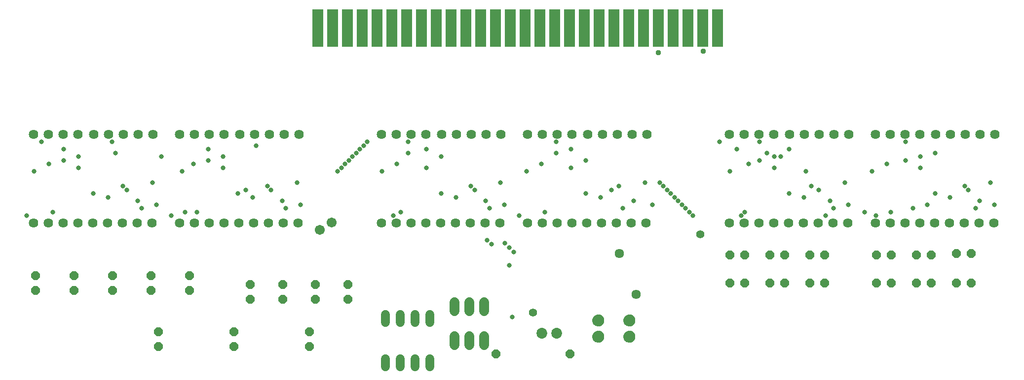
<source format=gbs>
G75*
%MOIN*%
%OFA0B0*%
%FSLAX25Y25*%
%IPPOS*%
%LPD*%
%AMOC8*
5,1,8,0,0,1.08239X$1,22.5*
%
%ADD10C,0.06400*%
%ADD11OC8,0.06000*%
%ADD12R,0.07300X0.25800*%
%ADD13C,0.06000*%
%ADD14C,0.07300*%
%ADD15C,0.00500*%
%ADD16C,0.06343*%
%ADD17C,0.06800*%
%ADD18C,0.03778*%
%ADD19C,0.05550*%
%ADD20C,0.03187*%
%ADD21C,0.06706*%
D10*
X0016906Y0106800D03*
X0026906Y0106800D03*
X0036906Y0106800D03*
X0046906Y0106800D03*
X0056906Y0106800D03*
X0066906Y0106800D03*
X0076906Y0106800D03*
X0086906Y0106800D03*
X0096906Y0106800D03*
X0115406Y0106800D03*
X0125406Y0106800D03*
X0135406Y0106800D03*
X0145406Y0106800D03*
X0155406Y0106800D03*
X0165406Y0106800D03*
X0175406Y0106800D03*
X0185406Y0106800D03*
X0195406Y0106800D03*
X0251906Y0106800D03*
X0261906Y0106800D03*
X0271906Y0106800D03*
X0281906Y0106800D03*
X0291906Y0106800D03*
X0301906Y0106800D03*
X0311906Y0106800D03*
X0321906Y0106800D03*
X0331906Y0106800D03*
X0350406Y0106800D03*
X0360406Y0106800D03*
X0370406Y0106800D03*
X0380406Y0106800D03*
X0390406Y0106800D03*
X0400406Y0106800D03*
X0410406Y0106800D03*
X0420406Y0106800D03*
X0430406Y0106800D03*
X0486906Y0106800D03*
X0496906Y0106800D03*
X0506906Y0106800D03*
X0516906Y0106800D03*
X0526906Y0106800D03*
X0536906Y0106800D03*
X0546906Y0106800D03*
X0556906Y0106800D03*
X0566906Y0106800D03*
X0585406Y0106800D03*
X0595406Y0106800D03*
X0605406Y0106800D03*
X0615406Y0106800D03*
X0625406Y0106800D03*
X0635406Y0106800D03*
X0645406Y0106800D03*
X0655406Y0106800D03*
X0665406Y0106800D03*
X0666194Y0166800D03*
X0656194Y0166800D03*
X0646194Y0166800D03*
X0636194Y0166800D03*
X0626194Y0166800D03*
X0615406Y0166800D03*
X0605406Y0166800D03*
X0595406Y0166800D03*
X0585406Y0166800D03*
X0567694Y0166800D03*
X0557694Y0166800D03*
X0547694Y0166800D03*
X0537694Y0166800D03*
X0527694Y0166800D03*
X0516906Y0166800D03*
X0506906Y0166800D03*
X0496906Y0166800D03*
X0486906Y0166800D03*
X0431194Y0166800D03*
X0421194Y0166800D03*
X0411194Y0166800D03*
X0401194Y0166800D03*
X0391194Y0166800D03*
X0380406Y0166800D03*
X0370406Y0166800D03*
X0360406Y0166800D03*
X0350406Y0166800D03*
X0332694Y0166800D03*
X0322694Y0166800D03*
X0312694Y0166800D03*
X0302694Y0166800D03*
X0292694Y0166800D03*
X0281906Y0166800D03*
X0271906Y0166800D03*
X0261906Y0166800D03*
X0251906Y0166800D03*
X0196194Y0166800D03*
X0186194Y0166800D03*
X0176194Y0166800D03*
X0166194Y0166800D03*
X0156194Y0166800D03*
X0145406Y0166800D03*
X0135406Y0166800D03*
X0125406Y0166800D03*
X0115406Y0166800D03*
X0097694Y0166800D03*
X0087694Y0166800D03*
X0077694Y0166800D03*
X0067694Y0166800D03*
X0057694Y0166800D03*
X0046906Y0166800D03*
X0036906Y0166800D03*
X0026906Y0166800D03*
X0016906Y0166800D03*
D11*
X0101300Y0023300D03*
X0101300Y0033300D03*
X0152300Y0033300D03*
X0152300Y0023300D03*
X0203300Y0023300D03*
X0203300Y0033300D03*
X0207300Y0055300D03*
X0185300Y0055300D03*
X0185300Y0065300D03*
X0207300Y0065300D03*
X0229300Y0065300D03*
X0229300Y0055300D03*
X0163300Y0055300D03*
X0163300Y0065300D03*
X0122300Y0061300D03*
X0096300Y0061300D03*
X0096300Y0071300D03*
X0122300Y0071300D03*
X0070300Y0071300D03*
X0070300Y0061300D03*
X0044300Y0061300D03*
X0044300Y0071300D03*
X0018300Y0071300D03*
X0018300Y0061300D03*
X0329300Y0018300D03*
X0379300Y0018300D03*
X0487300Y0066300D03*
X0497300Y0066300D03*
X0514300Y0066300D03*
X0524300Y0066300D03*
X0541300Y0066300D03*
X0551300Y0066300D03*
X0586300Y0066300D03*
X0596300Y0066300D03*
X0613300Y0066300D03*
X0623300Y0066300D03*
X0640300Y0066300D03*
X0650300Y0066300D03*
X0650300Y0086300D03*
X0640300Y0086300D03*
X0623300Y0085300D03*
X0613300Y0085300D03*
X0596300Y0085300D03*
X0586300Y0085300D03*
X0551300Y0085300D03*
X0541300Y0085300D03*
X0524300Y0085300D03*
X0514300Y0085300D03*
X0497300Y0085300D03*
X0487300Y0085300D03*
D12*
X0479050Y0238800D03*
X0469050Y0238800D03*
X0459050Y0238800D03*
X0449050Y0238800D03*
X0439050Y0238800D03*
X0429050Y0238800D03*
X0419050Y0238800D03*
X0409050Y0238800D03*
X0399050Y0238800D03*
X0389050Y0238800D03*
X0379050Y0238800D03*
X0369050Y0238800D03*
X0359050Y0238800D03*
X0349050Y0238800D03*
X0339050Y0238800D03*
X0329050Y0238800D03*
X0319050Y0238800D03*
X0309050Y0238800D03*
X0299050Y0238800D03*
X0289050Y0238800D03*
X0279050Y0238800D03*
X0269050Y0238800D03*
X0259050Y0238800D03*
X0249050Y0238800D03*
X0239050Y0238800D03*
X0229050Y0238800D03*
X0219050Y0238800D03*
X0209050Y0238800D03*
D13*
X0254500Y0044800D02*
X0254500Y0039600D01*
X0264500Y0039600D02*
X0264500Y0044800D01*
X0274500Y0044800D02*
X0274500Y0039600D01*
X0284500Y0039600D02*
X0284500Y0044800D01*
X0284500Y0014800D02*
X0284500Y0009600D01*
X0274500Y0009600D02*
X0274500Y0014800D01*
X0264500Y0014800D02*
X0264500Y0009600D01*
X0254500Y0009600D02*
X0254500Y0014800D01*
D14*
X0360300Y0032300D03*
X0370300Y0032300D03*
D15*
X0394597Y0030124D02*
X0402039Y0030124D01*
X0402070Y0029810D02*
X0402003Y0029152D01*
X0401822Y0028515D01*
X0401534Y0027920D01*
X0401147Y0027383D01*
X0400672Y0026922D01*
X0400125Y0026551D01*
X0399521Y0026280D01*
X0398880Y0026118D01*
X0398220Y0026070D01*
X0397500Y0026148D01*
X0396810Y0026366D01*
X0396176Y0026714D01*
X0395622Y0027179D01*
X0395169Y0027743D01*
X0394835Y0028385D01*
X0394633Y0029079D01*
X0394570Y0029800D01*
X0394631Y0030525D01*
X0394833Y0031223D01*
X0395167Y0031869D01*
X0395621Y0032438D01*
X0396177Y0032907D01*
X0396814Y0033258D01*
X0397507Y0033478D01*
X0398230Y0033559D01*
X0398890Y0033510D01*
X0399531Y0033346D01*
X0400134Y0033074D01*
X0400680Y0032701D01*
X0401153Y0032239D01*
X0401539Y0031701D01*
X0401826Y0031105D01*
X0402005Y0030468D01*
X0402070Y0029810D01*
X0402051Y0029626D02*
X0394585Y0029626D01*
X0394628Y0029127D02*
X0401996Y0029127D01*
X0401855Y0028629D02*
X0394764Y0028629D01*
X0394967Y0028130D02*
X0401636Y0028130D01*
X0401326Y0027632D02*
X0395258Y0027632D01*
X0395676Y0027133D02*
X0400889Y0027133D01*
X0400249Y0026635D02*
X0396320Y0026635D01*
X0397611Y0026136D02*
X0398953Y0026136D01*
X0401961Y0030623D02*
X0394660Y0030623D01*
X0394804Y0031121D02*
X0401818Y0031121D01*
X0401578Y0031620D02*
X0395038Y0031620D01*
X0395366Y0032118D02*
X0401240Y0032118D01*
X0400766Y0032617D02*
X0395834Y0032617D01*
X0396555Y0033115D02*
X0400041Y0033115D01*
X0398880Y0037138D02*
X0398220Y0037090D01*
X0397500Y0037168D01*
X0396810Y0037386D01*
X0396176Y0037734D01*
X0395622Y0038199D01*
X0395169Y0038763D01*
X0394835Y0039405D01*
X0394633Y0040099D01*
X0394570Y0040820D01*
X0394631Y0041545D01*
X0394833Y0042244D01*
X0395167Y0042890D01*
X0395621Y0043458D01*
X0396177Y0043927D01*
X0396814Y0044278D01*
X0397507Y0044499D01*
X0398230Y0044580D01*
X0398890Y0044530D01*
X0399531Y0044366D01*
X0400134Y0044094D01*
X0400680Y0043721D01*
X0401153Y0043259D01*
X0401539Y0042721D01*
X0401826Y0042125D01*
X0402005Y0041488D01*
X0402070Y0040830D01*
X0402003Y0040172D01*
X0401822Y0039535D01*
X0401534Y0038940D01*
X0401147Y0038403D01*
X0400672Y0037942D01*
X0400125Y0037571D01*
X0399521Y0037300D01*
X0398880Y0037138D01*
X0398408Y0037103D02*
X0398094Y0037103D01*
X0396416Y0037602D02*
X0400171Y0037602D01*
X0400835Y0038101D02*
X0395739Y0038101D01*
X0395301Y0038599D02*
X0401288Y0038599D01*
X0401610Y0039098D02*
X0394995Y0039098D01*
X0394779Y0039596D02*
X0401840Y0039596D01*
X0401981Y0040095D02*
X0394634Y0040095D01*
X0394590Y0040593D02*
X0402046Y0040593D01*
X0402044Y0041092D02*
X0394593Y0041092D01*
X0394644Y0041590D02*
X0401976Y0041590D01*
X0401836Y0042089D02*
X0394788Y0042089D01*
X0395011Y0042587D02*
X0401604Y0042587D01*
X0401278Y0043086D02*
X0395324Y0043086D01*
X0395771Y0043584D02*
X0400820Y0043584D01*
X0400150Y0044083D02*
X0396460Y0044083D01*
X0415631Y0041545D02*
X0415570Y0040820D01*
X0415633Y0040099D01*
X0415835Y0039405D01*
X0416169Y0038763D01*
X0416622Y0038199D01*
X0417176Y0037734D01*
X0417810Y0037386D01*
X0418500Y0037168D01*
X0419220Y0037090D01*
X0419880Y0037138D01*
X0420521Y0037300D01*
X0421125Y0037571D01*
X0421672Y0037942D01*
X0422147Y0038403D01*
X0422534Y0038940D01*
X0422822Y0039535D01*
X0423003Y0040172D01*
X0423070Y0040830D01*
X0423005Y0041488D01*
X0422826Y0042125D01*
X0422539Y0042721D01*
X0422153Y0043259D01*
X0421680Y0043721D01*
X0421134Y0044094D01*
X0420531Y0044366D01*
X0419890Y0044530D01*
X0419230Y0044580D01*
X0418507Y0044499D01*
X0417814Y0044278D01*
X0417177Y0043927D01*
X0416621Y0043458D01*
X0416167Y0042890D01*
X0415833Y0042244D01*
X0415631Y0041545D01*
X0415644Y0041590D02*
X0422976Y0041590D01*
X0423044Y0041092D02*
X0415593Y0041092D01*
X0415590Y0040593D02*
X0423046Y0040593D01*
X0422981Y0040095D02*
X0415634Y0040095D01*
X0415779Y0039596D02*
X0422840Y0039596D01*
X0422610Y0039098D02*
X0415995Y0039098D01*
X0416301Y0038599D02*
X0422288Y0038599D01*
X0421835Y0038101D02*
X0416739Y0038101D01*
X0417416Y0037602D02*
X0421171Y0037602D01*
X0419408Y0037103D02*
X0419094Y0037103D01*
X0419230Y0033559D02*
X0419890Y0033510D01*
X0420531Y0033346D01*
X0421134Y0033074D01*
X0421680Y0032701D01*
X0422153Y0032239D01*
X0422539Y0031701D01*
X0422826Y0031105D01*
X0423005Y0030468D01*
X0423070Y0029810D01*
X0423003Y0029152D01*
X0422822Y0028515D01*
X0422534Y0027920D01*
X0422147Y0027383D01*
X0421672Y0026922D01*
X0421125Y0026551D01*
X0420521Y0026280D01*
X0419880Y0026118D01*
X0419220Y0026070D01*
X0418500Y0026148D01*
X0417810Y0026366D01*
X0417176Y0026714D01*
X0416622Y0027179D01*
X0416169Y0027743D01*
X0415835Y0028385D01*
X0415633Y0029079D01*
X0415570Y0029800D01*
X0415631Y0030525D01*
X0415833Y0031223D01*
X0416167Y0031869D01*
X0416621Y0032438D01*
X0417177Y0032907D01*
X0417814Y0033258D01*
X0418507Y0033478D01*
X0419230Y0033559D01*
X0417555Y0033115D02*
X0421041Y0033115D01*
X0421766Y0032617D02*
X0416834Y0032617D01*
X0416366Y0032118D02*
X0422240Y0032118D01*
X0422578Y0031620D02*
X0416038Y0031620D01*
X0415804Y0031121D02*
X0422818Y0031121D01*
X0422961Y0030623D02*
X0415660Y0030623D01*
X0415597Y0030124D02*
X0423039Y0030124D01*
X0423051Y0029626D02*
X0415585Y0029626D01*
X0415628Y0029127D02*
X0422996Y0029127D01*
X0422855Y0028629D02*
X0415764Y0028629D01*
X0415967Y0028130D02*
X0422636Y0028130D01*
X0422326Y0027632D02*
X0416258Y0027632D01*
X0416676Y0027133D02*
X0421889Y0027133D01*
X0421249Y0026635D02*
X0417320Y0026635D01*
X0418611Y0026136D02*
X0419953Y0026136D01*
X0422836Y0042089D02*
X0415788Y0042089D01*
X0416011Y0042587D02*
X0422604Y0042587D01*
X0422278Y0043086D02*
X0416324Y0043086D01*
X0416771Y0043584D02*
X0421820Y0043584D01*
X0421150Y0044083D02*
X0417460Y0044083D01*
D16*
X0424025Y0058478D03*
X0412575Y0086122D03*
D17*
X0321300Y0053300D02*
X0321300Y0047300D01*
X0311300Y0047300D02*
X0311300Y0053300D01*
X0301300Y0053300D02*
X0301300Y0047300D01*
X0301300Y0030300D02*
X0301300Y0024300D01*
X0311300Y0024300D02*
X0311300Y0030300D01*
X0321300Y0030300D02*
X0321300Y0024300D01*
D18*
X0438800Y0222300D03*
X0469300Y0223300D03*
D19*
X0467300Y0099300D03*
X0354300Y0046300D03*
D20*
X0340300Y0043300D03*
X0338300Y0078300D03*
X0341300Y0087300D03*
X0338300Y0090300D03*
X0335300Y0093300D03*
X0326356Y0092351D03*
X0323300Y0095300D03*
X0344800Y0111800D03*
X0334800Y0119300D03*
X0324800Y0116800D03*
X0322300Y0121800D03*
X0314800Y0129300D03*
X0312300Y0131800D03*
X0302300Y0124300D03*
X0292300Y0126800D03*
X0264800Y0114300D03*
X0259800Y0111800D03*
X0197300Y0119300D03*
X0187300Y0116800D03*
X0184800Y0121800D03*
X0177300Y0129300D03*
X0174800Y0131800D03*
X0160300Y0129300D03*
X0154800Y0126800D03*
X0164800Y0124300D03*
X0194800Y0134300D03*
X0222300Y0141800D03*
X0224800Y0144300D03*
X0227300Y0146800D03*
X0229800Y0149300D03*
X0232300Y0151800D03*
X0234800Y0154300D03*
X0237300Y0156800D03*
X0239800Y0159300D03*
X0242300Y0161800D03*
X0269800Y0161800D03*
X0282300Y0156800D03*
X0292300Y0151800D03*
X0282300Y0144300D03*
X0262300Y0146800D03*
X0252300Y0141800D03*
X0269800Y0154300D03*
X0332300Y0134300D03*
X0349800Y0141800D03*
X0359800Y0146800D03*
X0369800Y0154300D03*
X0379800Y0156800D03*
X0369800Y0161800D03*
X0389800Y0149300D03*
X0379800Y0144300D03*
X0412300Y0131800D03*
X0407300Y0129300D03*
X0399800Y0124300D03*
X0389800Y0126800D03*
X0414800Y0116800D03*
X0422300Y0121800D03*
X0434800Y0119300D03*
X0449800Y0124300D03*
X0447300Y0126800D03*
X0444800Y0129300D03*
X0442300Y0131800D03*
X0439800Y0134300D03*
X0429800Y0134300D03*
X0452300Y0121800D03*
X0454800Y0119300D03*
X0457300Y0116800D03*
X0459800Y0114300D03*
X0462300Y0111800D03*
X0494800Y0111800D03*
X0497300Y0114300D03*
X0527300Y0126800D03*
X0537300Y0124300D03*
X0547300Y0129300D03*
X0542300Y0131800D03*
X0564800Y0134300D03*
X0583300Y0141800D03*
X0593300Y0146800D03*
X0605800Y0149300D03*
X0615800Y0151800D03*
X0625800Y0154300D03*
X0605800Y0161800D03*
X0615800Y0144300D03*
X0645800Y0131800D03*
X0648300Y0129300D03*
X0635800Y0124300D03*
X0625800Y0126800D03*
X0620700Y0119300D03*
X0610800Y0116800D03*
X0595800Y0114300D03*
X0585800Y0111800D03*
X0578400Y0114300D03*
X0567300Y0119300D03*
X0557300Y0116800D03*
X0554800Y0121800D03*
X0552000Y0111800D03*
X0538500Y0141800D03*
X0517300Y0144300D03*
X0507300Y0149300D03*
X0499800Y0146800D03*
X0487300Y0141800D03*
X0517300Y0151800D03*
X0521700Y0151800D03*
X0512100Y0154300D03*
X0527300Y0156800D03*
X0507300Y0161800D03*
X0492000Y0156800D03*
X0480300Y0161800D03*
X0362300Y0114300D03*
X0167300Y0159300D03*
X0144800Y0151800D03*
X0134800Y0149300D03*
X0124800Y0146800D03*
X0117300Y0141800D03*
X0097300Y0134300D03*
X0079800Y0129300D03*
X0077300Y0131800D03*
X0067300Y0124300D03*
X0057300Y0126800D03*
X0087300Y0121800D03*
X0089800Y0116800D03*
X0099800Y0119300D03*
X0109800Y0111800D03*
X0119394Y0114300D03*
X0127300Y0114300D03*
X0144800Y0144300D03*
X0134800Y0156800D03*
X0103300Y0151800D03*
X0072300Y0154300D03*
X0069800Y0161800D03*
X0047300Y0151800D03*
X0037300Y0149300D03*
X0027300Y0146800D03*
X0017300Y0141800D03*
X0047300Y0144300D03*
X0037300Y0156800D03*
X0022300Y0161800D03*
X0029800Y0114300D03*
X0012300Y0111800D03*
X0653300Y0116800D03*
X0655800Y0121800D03*
X0665800Y0119300D03*
X0663300Y0134300D03*
D21*
X0218300Y0107300D03*
X0210300Y0102300D03*
M02*

</source>
